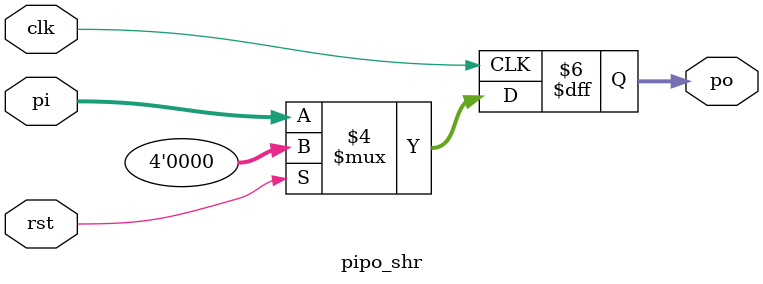
<source format=v>
module pipo_shr(input [3:0] pi, input clk,rst, output reg [3:0] po);
  always@(posedge clk)begin
    if(rst==1)
      po<=4'b0000;
    else
      po<=pi;
  end
endmodule

</source>
